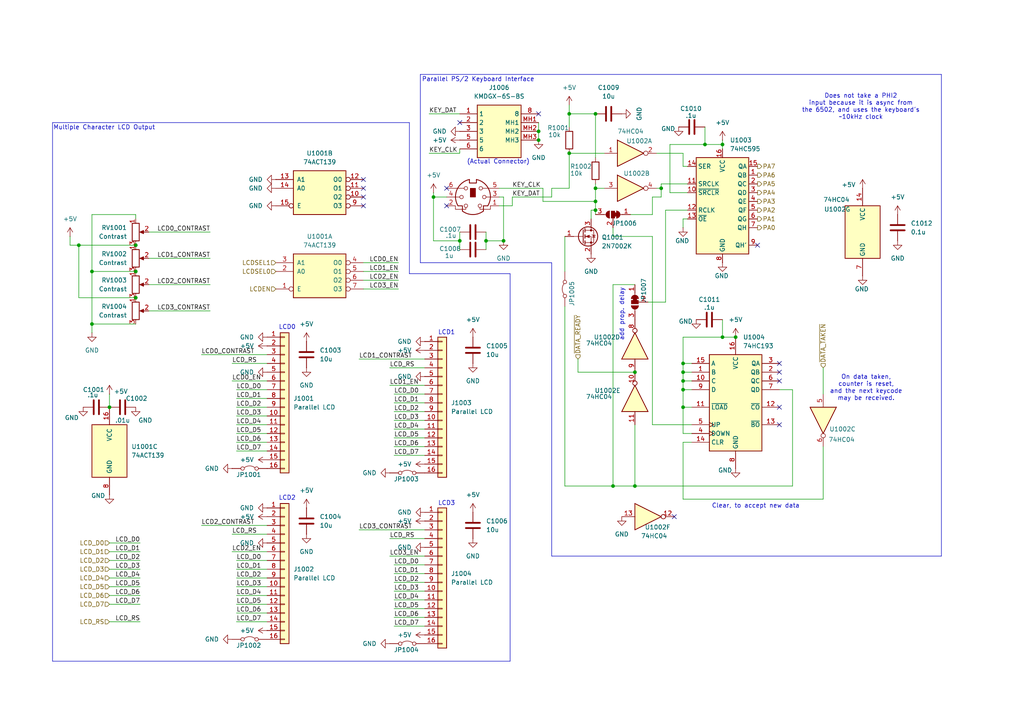
<source format=kicad_sch>
(kicad_sch (version 20250114) (generator "eeschema") (generator_version "9.0")
  (paper "A4")
  (title_block (title "65c02 Homebrew") (rev "Prelim") (company "Joseph R. Freeston") (comment 2 "https://github.com/snorklerjoe/useful6502") (comment 4 "A 65c02-based computer with peripheral i/o offloaded to a PIC16 microcontroller."))
  (text "LCD3" (at 129.54 146.05 0) (effects (font (size 1.27 1.27))))
  (text "LCD2\n" (at 83.312 144.526 0) (effects (font (size 1.27 1.27))))
  (text "On data taken,\ncounter is reset,\nand the next keycode\nmay be received." (at 251.206 112.522 0) (effects (font (size 1.27 1.27))))
  (text "(Actual Connector)" (at 144.526 46.99 0) (effects (font (size 1.27 1.27))))
  (text "LCD1" (at 129.54 96.52 0) (effects (font (size 1.27 1.27))))
  (text "Clear, to accept new data" (at 219.202 146.812 0) (effects (font (size 1.27 1.27))))
  (text "Multiple Character LCD Output" (at 30.226 37.084 0) (effects (font (size 1.27 1.27))))
  (text "Parallel PS/2 Keyboard Interface" (at 138.684 23.114 0) (effects (font (size 1.27 1.27))))
  (text "add prop. delay" (at 180.34 91.186 90) (effects (font (size 1.27 1.27))))
  (text "LCD0" (at 83.312 94.996 0) (effects (font (size 1.27 1.27))))
  (text "Does not take a PHI2\ninput because it is async from\nthe 6502, and uses the keyboard's\n~10kHz clock" (at 249.682 30.988 0) (effects (font (size 1.27 1.27))))
  (junction (at 198.12 118.11))
  (junction (at 165.1 33.02))
  (junction (at 198.12 105.41))
  (junction (at 172.72 58.42))
  (junction (at 22.86 71.12))
  (junction (at 156.21 38.1))
  (junction (at 191.77 54.61))
  (junction (at 172.72 60.96))
  (junction (at 26.67 93.98))
  (junction (at 198.12 113.03))
  (junction (at 165.1 44.45))
  (junction (at 198.12 110.49))
  (junction (at 140.97 69.85))
  (junction (at 172.72 33.02))
  (junction (at 209.55 97.79))
  (junction (at 184.15 140.97))
  (junction (at 39.37 86.36))
  (junction (at 133.35 69.85))
  (junction (at 39.37 78.74))
  (junction (at 125.73 57.15))
  (junction (at 204.47 41.91))
  (junction (at 184.15 107.95))
  (junction (at 172.72 54.61))
  (junction (at 31.75 118.11))
  (junction (at 26.67 78.74))
  (junction (at 177.8 140.97))
  (junction (at 39.37 71.12))
  (junction (at 209.55 41.91))
  (junction (at 213.36 97.79))
  (junction (at 146.05 69.85))
  (junction (at 198.12 107.95))
  (junction (at 156.21 40.64))
  (no_connect (at 226.06 107.95))
  (no_connect (at 129.54 59.69))
  (no_connect (at 226.06 110.49))
  (no_connect (at 129.54 54.61))
  (no_connect (at 226.06 123.19))
  (no_connect (at 133.35 35.56))
  (no_connect (at 156.21 33.02))
  (no_connect (at 219.71 71.12))
  (no_connect (at 105.41 54.61))
  (no_connect (at 105.41 59.69))
  (no_connect (at 226.06 105.41))
  (no_connect (at 105.41 57.15))
  (no_connect (at 195.58 149.86))
  (no_connect (at 226.06 118.11))
  (no_connect (at 105.41 52.07))
  (wire (pts (xy 77.47 130.81) (xy 68.58 130.81)))
  (wire (pts (xy 200.66 125.73) (xy 198.12 125.73)))
  (wire (pts (xy 39.37 63.5) (xy 39.37 62.23)))
  (wire (pts (xy 133.35 44.45) (xy 133.35 43.18)))
  (wire (pts (xy 191.77 54.61) (xy 191.77 53.34)))
  (wire (pts (xy 198.12 105.41) (xy 198.12 107.95)))
  (polyline (pts (xy 121.92 21.59) (xy 121.92 76.2)))
  (wire (pts (xy 123.19 179.07) (xy 114.3 179.07)))
  (wire (pts (xy 163.83 140.97) (xy 177.8 140.97)))
  (wire (pts (xy 113.03 111.76) (xy 123.19 111.76)))
  (wire (pts (xy 20.32 68.58) (xy 20.32 71.12)))
  (wire (pts (xy 39.37 93.98) (xy 26.67 93.98)))
  (wire (pts (xy 165.1 33.02) (xy 165.1 36.83)))
  (wire (pts (xy 123.19 163.83) (xy 114.3 163.83)))
  (wire (pts (xy 198.12 107.95) (xy 198.12 110.49)))
  (wire (pts (xy 160.02 54.61) (xy 165.1 54.61)))
  (wire (pts (xy 238.76 106.68) (xy 238.76 114.3)))
  (wire (pts (xy 123.19 129.54) (xy 114.3 129.54)))
  (wire (pts (xy 198.12 44.45) (xy 198.12 48.26)))
  (wire (pts (xy 148.59 57.15) (xy 160.02 57.15)))
  (wire (pts (xy 148.59 59.69) (xy 148.59 57.15)))
  (wire (pts (xy 43.18 67.31) (xy 60.96 67.31)))
  (wire (pts (xy 157.48 58.42) (xy 172.72 58.42)))
  (wire (pts (xy 177.8 68.58) (xy 189.23 68.58)))
  (wire (pts (xy 104.14 153.67) (xy 123.19 153.67)))
  (wire (pts (xy 167.64 107.95) (xy 184.15 107.95)))
  (wire (pts (xy 189.23 68.58) (xy 189.23 123.19)))
  (wire (pts (xy 238.76 144.78) (xy 198.12 144.78)))
  (wire (pts (xy 194.31 55.88) (xy 194.31 41.91)))
  (wire (pts (xy 198.12 144.78) (xy 198.12 128.27)))
  (wire (pts (xy 209.55 43.18) (xy 209.55 41.91)))
  (wire (pts (xy 31.75 162.56) (xy 40.64 162.56)))
  (wire (pts (xy 31.75 165.1) (xy 40.64 165.1)))
  (wire (pts (xy 123.19 181.61) (xy 114.3 181.61)))
  (wire (pts (xy 39.37 62.23) (xy 26.67 62.23)))
  (wire (pts (xy 105.41 83.82) (xy 115.57 83.82)))
  (wire (pts (xy 67.31 110.49) (xy 77.47 110.49)))
  (wire (pts (xy 77.47 125.73) (xy 68.58 125.73)))
  (polyline (pts (xy 147.955 79.375) (xy 147.955 191.77)))
  (wire (pts (xy 209.55 41.91) (xy 209.55 40.64)))
  (wire (pts (xy 123.19 171.45) (xy 114.3 171.45)))
  (wire (pts (xy 165.1 44.45) (xy 175.26 44.45)))
  (wire (pts (xy 123.19 121.92) (xy 114.3 121.92)))
  (wire (pts (xy 184.15 140.97) (xy 229.87 140.97)))
  (wire (pts (xy 177.8 66.04) (xy 177.8 68.58)))
  (wire (pts (xy 123.19 124.46) (xy 114.3 124.46)))
  (wire (pts (xy 77.47 165.1) (xy 68.58 165.1)))
  (wire (pts (xy 140.97 67.31) (xy 140.97 69.85)))
  (wire (pts (xy 123.19 114.3) (xy 114.3 114.3)))
  (wire (pts (xy 77.47 115.57) (xy 68.58 115.57)))
  (wire (pts (xy 198.12 128.27) (xy 200.66 128.27)))
  (wire (pts (xy 204.47 36.83) (xy 204.47 41.91)))
  (wire (pts (xy 124.46 44.45) (xy 133.35 44.45)))
  (wire (pts (xy 200.66 105.41) (xy 198.12 105.41)))
  (wire (pts (xy 229.87 113.03) (xy 229.87 140.97)))
  (wire (pts (xy 198.12 48.26) (xy 199.39 48.26)))
  (wire (pts (xy 177.8 82.55) (xy 177.8 140.97)))
  (polyline (pts (xy 15.24 35.56) (xy 118.745 35.56)))
  (wire (pts (xy 77.47 120.65) (xy 68.58 120.65)))
  (wire (pts (xy 184.15 123.19) (xy 184.15 140.97)))
  (wire (pts (xy 31.75 157.48) (xy 40.64 157.48)))
  (wire (pts (xy 198.12 105.41) (xy 198.12 97.79)))
  (wire (pts (xy 22.86 86.36) (xy 39.37 86.36)))
  (wire (pts (xy 144.78 54.61) (xy 157.48 54.61)))
  (wire (pts (xy 171.45 60.96) (xy 172.72 60.96)))
  (wire (pts (xy 171.45 63.5) (xy 171.45 60.96)))
  (wire (pts (xy 189.23 62.23) (xy 189.23 57.15)))
  (wire (pts (xy 156.21 38.1) (xy 156.21 40.64)))
  (wire (pts (xy 125.73 55.88) (xy 125.73 57.15)))
  (wire (pts (xy 133.35 67.31) (xy 133.35 69.85)))
  (wire (pts (xy 165.1 54.61) (xy 165.1 44.45)))
  (wire (pts (xy 113.03 106.68) (xy 123.19 106.68)))
  (wire (pts (xy 226.06 113.03) (xy 229.87 113.03)))
  (wire (pts (xy 105.41 78.74) (xy 115.57 78.74)))
  (wire (pts (xy 190.5 54.61) (xy 191.77 54.61)))
  (wire (pts (xy 31.75 170.18) (xy 40.64 170.18)))
  (wire (pts (xy 105.41 76.2) (xy 115.57 76.2)))
  (wire (pts (xy 77.47 162.56) (xy 68.58 162.56)))
  (wire (pts (xy 123.19 176.53) (xy 114.3 176.53)))
  (wire (pts (xy 199.39 55.88) (xy 194.31 55.88)))
  (wire (pts (xy 26.67 62.23) (xy 26.67 78.74)))
  (wire (pts (xy 209.55 97.79) (xy 213.36 97.79)))
  (wire (pts (xy 31.75 160.02) (xy 40.64 160.02)))
  (wire (pts (xy 187.96 87.63) (xy 193.04 87.63)))
  (wire (pts (xy 163.83 78.74) (xy 163.83 68.58)))
  (wire (pts (xy 67.31 105.41) (xy 77.47 105.41)))
  (wire (pts (xy 177.8 140.97) (xy 184.15 140.97)))
  (wire (pts (xy 67.31 154.94) (xy 77.47 154.94)))
  (wire (pts (xy 31.75 175.26) (xy 40.64 175.26)))
  (wire (pts (xy 190.5 44.45) (xy 198.12 44.45)))
  (wire (pts (xy 77.47 113.03) (xy 68.58 113.03)))
  (wire (pts (xy 31.75 172.72) (xy 40.64 172.72)))
  (wire (pts (xy 191.77 53.34) (xy 199.39 53.34)))
  (wire (pts (xy 43.18 82.55) (xy 60.96 82.55)))
  (wire (pts (xy 204.47 41.91) (xy 209.55 41.91)))
  (wire (pts (xy 198.12 107.95) (xy 200.66 107.95)))
  (polyline (pts (xy 118.745 35.56) (xy 118.745 79.375)))
  (wire (pts (xy 193.04 60.96) (xy 199.39 60.96)))
  (polyline (pts (xy 273.05 21.59) (xy 121.92 21.59)))
  (wire (pts (xy 43.18 90.17) (xy 60.96 90.17)))
  (wire (pts (xy 77.47 177.8) (xy 68.58 177.8)))
  (wire (pts (xy 77.47 180.34) (xy 68.58 180.34)))
  (wire (pts (xy 193.04 87.63) (xy 193.04 60.96)))
  (wire (pts (xy 194.31 41.91) (xy 204.47 41.91)))
  (wire (pts (xy 77.47 118.11) (xy 68.58 118.11)))
  (wire (pts (xy 123.19 166.37) (xy 114.3 166.37)))
  (polyline (pts (xy 160.02 76.2) (xy 160.02 161.29)))
  (polyline (pts (xy 121.92 76.2) (xy 160.02 76.2)))
  (wire (pts (xy 123.19 173.99) (xy 114.3 173.99)))
  (wire (pts (xy 26.67 78.74) (xy 39.37 78.74)))
  (wire (pts (xy 200.66 118.11) (xy 198.12 118.11)))
  (wire (pts (xy 125.73 69.85) (xy 125.73 57.15)))
  (wire (pts (xy 31.75 114.3) (xy 31.75 118.11)))
  (wire (pts (xy 209.55 92.71) (xy 209.55 97.79)))
  (wire (pts (xy 77.47 170.18) (xy 68.58 170.18)))
  (wire (pts (xy 172.72 54.61) (xy 175.26 54.61)))
  (wire (pts (xy 77.47 167.64) (xy 68.58 167.64)))
  (polyline (pts (xy 160.02 161.29) (xy 273.05 161.29)))
  (wire (pts (xy 156.21 35.56) (xy 156.21 38.1)))
  (wire (pts (xy 22.86 71.12) (xy 22.86 86.36)))
  (wire (pts (xy 157.48 54.61) (xy 157.48 58.42)))
  (wire (pts (xy 163.83 88.9) (xy 163.83 140.97)))
  (wire (pts (xy 77.47 175.26) (xy 68.58 175.26)))
  (wire (pts (xy 172.72 45.72) (xy 172.72 33.02)))
  (wire (pts (xy 172.72 33.02) (xy 165.1 33.02)))
  (wire (pts (xy 189.23 123.19) (xy 200.66 123.19)))
  (wire (pts (xy 123.19 132.08) (xy 114.3 132.08)))
  (wire (pts (xy 20.32 71.12) (xy 22.86 71.12)))
  (wire (pts (xy 31.75 180.34) (xy 40.64 180.34)))
  (wire (pts (xy 146.05 57.15) (xy 144.78 57.15)))
  (wire (pts (xy 113.03 161.29) (xy 123.19 161.29)))
  (wire (pts (xy 198.12 63.5) (xy 198.12 66.04)))
  (wire (pts (xy 58.42 102.87) (xy 77.47 102.87)))
  (wire (pts (xy 26.67 96.52) (xy 26.67 93.98)))
  (wire (pts (xy 77.47 172.72) (xy 68.58 172.72)))
  (wire (pts (xy 77.47 128.27) (xy 68.58 128.27)))
  (wire (pts (xy 123.19 127) (xy 114.3 127)))
  (wire (pts (xy 26.67 93.98) (xy 26.67 78.74)))
  (wire (pts (xy 67.31 160.02) (xy 77.47 160.02)))
  (wire (pts (xy 191.77 54.61) (xy 191.77 57.15)))
  (polyline (pts (xy 118.745 79.375) (xy 147.955 79.375)))
  (wire (pts (xy 39.37 71.12) (xy 22.86 71.12)))
  (wire (pts (xy 198.12 110.49) (xy 198.12 113.03)))
  (wire (pts (xy 31.75 167.64) (xy 40.64 167.64)))
  (polyline (pts (xy 273.05 161.29) (xy 273.05 21.59)))
  (wire (pts (xy 125.73 57.15) (xy 129.54 57.15)))
  (wire (pts (xy 146.05 57.15) (xy 146.05 69.85)))
  (wire (pts (xy 177.8 82.55) (xy 184.15 82.55)))
  (wire (pts (xy 189.23 57.15) (xy 191.77 57.15)))
  (wire (pts (xy 182.88 62.23) (xy 189.23 62.23)))
  (wire (pts (xy 198.12 113.03) (xy 200.66 113.03)))
  (wire (pts (xy 77.47 123.19) (xy 68.58 123.19)))
  (wire (pts (xy 172.72 60.96) (xy 172.72 62.23)))
  (wire (pts (xy 58.42 152.4) (xy 77.47 152.4)))
  (wire (pts (xy 105.41 81.28) (xy 115.57 81.28)))
  (wire (pts (xy 160.02 54.61) (xy 160.02 57.15)))
  (wire (pts (xy 198.12 113.03) (xy 198.12 118.11)))
  (wire (pts (xy 146.05 69.85) (xy 140.97 69.85)))
  (wire (pts (xy 172.72 53.34) (xy 172.72 54.61)))
  (polyline (pts (xy 147.955 191.77) (xy 15.24 191.77)))
  (polyline (pts (xy 15.24 35.56) (xy 15.24 191.77)))
  (wire (pts (xy 165.1 30.48) (xy 165.1 33.02)))
  (wire (pts (xy 133.35 69.85) (xy 125.73 69.85)))
  (wire (pts (xy 113.03 156.21) (xy 123.19 156.21)))
  (wire (pts (xy 198.12 97.79) (xy 209.55 97.79)))
  (wire (pts (xy 123.19 168.91) (xy 114.3 168.91)))
  (wire (pts (xy 199.39 63.5) (xy 198.12 63.5)))
  (wire (pts (xy 140.97 72.39) (xy 140.97 69.85)))
  (wire (pts (xy 123.19 116.84) (xy 114.3 116.84)))
  (wire (pts (xy 238.76 129.54) (xy 238.76 144.78)))
  (wire (pts (xy 167.64 104.14) (xy 167.64 107.95)))
  (wire (pts (xy 123.19 119.38) (xy 114.3 119.38)))
  (wire (pts (xy 172.72 54.61) (xy 172.72 58.42)))
  (wire (pts (xy 200.66 110.49) (xy 198.12 110.49)))
  (wire (pts (xy 43.18 74.93) (xy 60.96 74.93)))
  (wire (pts (xy 104.14 104.14) (xy 123.19 104.14)))
  (wire (pts (xy 198.12 118.11) (xy 198.12 125.73)))
  (wire (pts (xy 172.72 58.42) (xy 172.72 60.96)))
  (wire (pts (xy 144.78 59.69) (xy 148.59 59.69)))
  (wire (pts (xy 124.46 33.02) (xy 133.35 33.02)))
  (wire (pts (xy 133.35 72.39) (xy 133.35 69.85)))
  (label "LCD_D3" (at 40.64 165.1 180))
  (label "LCD2_CONTRAST" (at 60.96 82.55 180))
  (label "LCD2_EN" (at 115.57 81.28 180))
  (label "LCD_D3" (at 114.3 121.92 0))
  (label "KEY_DAT" (at 148.59 57.15 0))
  (label "LCD_D0" (at 68.58 113.03 0))
  (label "LCD3_EN" (at 113.03 161.29 0))
  (label "LCD_D1" (at 114.3 166.37 0))
  (label "LCD1_EN" (at 115.57 78.74 180))
  (label "LCD_D7" (at 114.3 132.08 0))
  (label "LCD_RS" (at 113.03 156.21 0))
  (label "LCD3_CONTRAST" (at 60.96 90.17 180))
  (label "LCD_D6" (at 68.58 128.27 0))
  (label "LCD0_CONTRAST" (at 60.96 67.31 180))
  (label "LCD_D7" (at 68.58 130.81 0))
  (label "LCD0_EN" (at 115.57 76.2 180))
  (label "LCD_D1" (at 68.58 165.1 0))
  (label "LCD_D1" (at 114.3 116.84 0))
  (label "LCD2_CONTRAST" (at 58.42 152.4 0))
  (label "LCD_D0" (at 68.58 162.56 0))
  (label "LCD_RS" (at 67.31 105.41 0))
  (label "LCD0_EN" (at 67.31 110.49 0))
  (label "LCD_D2" (at 40.64 162.56 180))
  (label "LCD_D1" (at 40.64 160.02 180))
  (label "LCD2_EN" (at 67.31 160.02 0))
  (label "LCD_RS" (at 113.03 106.68 0))
  (label "KEY_DAT" (at 124.46 33.02 0))
  (label "LCD_D2" (at 114.3 168.91 0))
  (label "LCD_D6" (at 114.3 179.07 0))
  (label "LCD1_CONTRAST" (at 60.96 74.93 180))
  (label "LCD_RS" (at 40.64 180.34 180))
  (label "LCD_D3" (at 68.58 120.65 0))
  (label "LCD1_CONTRAST" (at 104.14 104.14 0))
  (label "LCD3_EN" (at 115.57 83.82 180))
  (label "LCD_D0" (at 114.3 163.83 0))
  (label "KEY_CLK" (at 148.59 54.61 0))
  (label "LCD_D5" (at 40.64 170.18 180))
  (label "LCD_D0" (at 114.3 114.3 0))
  (label "LCD_D7" (at 68.58 180.34 0))
  (label "LCD_D7" (at 40.64 175.26 180))
  (label "LCD_D5" (at 68.58 175.26 0))
  (label "LCD_D5" (at 114.3 127 0))
  (label "LCD_D7" (at 114.3 181.61 0))
  (label "LCD_D0" (at 40.64 157.48 180))
  (label "LCD_D4" (at 40.64 167.64 180))
  (label "LCD_D6" (at 68.58 177.8 0))
  (label "LCD_D2" (at 68.58 167.64 0))
  (label "LCD_D6" (at 40.64 172.72 180))
  (label "LCD_D3" (at 114.3 171.45 0))
  (label "LCD_D6" (at 114.3 129.54 0))
  (label "LCD_RS" (at 67.31 154.94 0))
  (label "LCD_D3" (at 68.58 170.18 0))
  (label "LCD_D4" (at 68.58 123.19 0))
  (label "LCD_D4" (at 114.3 124.46 0))
  (label "KEY_CLK" (at 124.46 44.45 0))
  (label "LCD_D1" (at 68.58 115.57 0))
  (label "LCD1_EN" (at 113.03 111.76 0))
  (label "LCD_D5" (at 114.3 176.53 0))
  (label "LCD_D4" (at 114.3 173.99 0))
  (label "LCD_D4" (at 68.58 172.72 0))
  (label "LCD_D2" (at 68.58 118.11 0))
  (label "LCD_D2" (at 114.3 119.38 0))
  (label "LCD0_CONTRAST" (at 58.42 102.87 0))
  (label "LCD_D5" (at 68.58 125.73 0))
  (label "LCD3_CONTRAST" (at 104.14 153.67 0))
  (hierarchical_label "PA7" (shape output) (at 219.71 48.26 0))
  (hierarchical_label "LCD_D5" (shape input) (at 31.75 170.18 180))
  (hierarchical_label "LCD_D4" (shape input) (at 31.75 167.64 180))
  (hierarchical_label "LCDSEL1" (shape input) (at 80.01 76.2 180))
  (hierarchical_label "PA6" (shape output) (at 219.71 50.8 0))
  (hierarchical_label "~{DATA_TAKEN}" (shape input) (at 238.76 106.68 90))
  (hierarchical_label "LCD_D7" (shape input) (at 31.75 175.26 180))
  (hierarchical_label "LCDEN" (shape input) (at 80.01 83.82 180))
  (hierarchical_label "PA5" (shape output) (at 219.71 53.34 0))
  (hierarchical_label "LCD_D0" (shape input) (at 31.75 157.48 180))
  (hierarchical_label "LCDSEL0" (shape input) (at 80.01 78.74 180))
  (hierarchical_label "LCD_D6" (shape input) (at 31.75 172.72 180))
  (hierarchical_label "~{DATA_READY}" (shape input) (at 167.64 104.14 90))
  (hierarchical_label "LCD_D1" (shape input) (at 31.75 160.02 180))
  (hierarchical_label "PA0" (shape output) (at 219.71 66.04 0))
  (hierarchical_label "PA2" (shape output) (at 219.71 60.96 0))
  (hierarchical_label "LCD_D2" (shape input) (at 31.75 162.56 180))
  (hierarchical_label "PA1" (shape output) (at 219.71 63.5 0))
  (hierarchical_label "LCD_RS" (shape input) (at 31.75 180.34 180))
  (hierarchical_label "LCD_D3" (shape input) (at 31.75 165.1 180))
  (hierarchical_label "PA4" (shape output) (at 219.71 55.88 0))
  (hierarchical_label "PA3" (shape output) (at 219.71 58.42 0))
  (symbol (lib_id "power:GND") (at 260.35 69.85 0) (unit 1)
    (property "Reference" "#PWR01054" (effects (hide yes)))
    (property "Value" "GND" (at 260.35 74.93 0))
    (property "Description" "Power symbol creates a global label with name \"GND\" , ground" (effects (hide yes)))
  )
  (symbol (lib_id "Device:C") (at 176.53 33.02 90) (unit 1)
    (property "Reference" "C1009" (at 176.53 25.4 90))
    (property "Value" "10u" (at 176.53 27.94 90))
    (property "Footprint" "Capacitor_SMD:C_0402_1005Metric" (effects (hide yes)))
    (property "Description" "Unpolarized capacitor" (effects (hide yes)))
  )
  (symbol (lib_id "power:+5V") (at 133.35 40.64 90) (unit 1)
    (property "Reference" "#PWR01057" (effects (hide yes)))
    (property "Value" "+5V" (at 129.54 40.6399 90) (effects (justify left)))
    (property "Description" "Power symbol creates a global label with name \"+5V\"" (effects (hide yes)))
  )
  (symbol (lib_id "Device:R_Potentiometer") (at 39.37 90.17 0) (unit 1)
    (property "Reference" "RV1004" (at 36.83 88.8999 0) (effects (justify right)))
    (property "Value" "Contrast" (at 36.83 91.4399 0) (effects (justify right)))
    (property "Description" "Potentiometer" (effects (hide yes)))
  )
  (symbol (lib_id "Jumper:Jumper_2_Bridged") (at 72.39 135.89 0) (unit 1)
    (property "Reference" "JP1001" (at 72.136 137.668 0))
    (property "Value" "Jumper_2_Bridged" (effects (hide yes)))
    (property "Footprint" "Jumper:SolderJumper-2_P1.3mm_Bridged2Bar_Pad1.0x1.5mm" (effects (hide yes)))
    (property "Description" "Jumper, 2-pole, closed/bridged" (effects (hide yes)))
  )
  (symbol (lib_id "74xx:74HC04") (at 182.88 54.61 0) (unit 2)
    (property "Reference" "U1002" (at 184.658 50.292 0))
    (property "Value" "74HC04" (effects (hide yes)))
    (property "Footprint" "Package_SO:SOIC-14_3.9x8.7mm_P1.27mm" (effects (hide yes)))
    (property "Datasheet" "https://www.ti.com/lit/gpn/sn74hc04" (effects (hide yes)))
    (property "Description" "Hex Inverter" (effects (hide yes)))
    (property "t_pd (ns)" "19" (effects (hide yes)))
  )
  (symbol (lib_id "power:GND") (at 123.19 109.22 270) (unit 1)
    (property "Reference" "#PWR01028" (effects (hide yes)))
    (property "Value" "GND" (at 119.38 109.2199 90) (effects (justify right)))
    (property "Description" "Power symbol creates a global label with name \"GND\" , ground" (effects (hide yes)))
  )
  (symbol (lib_id "power:+5V") (at 260.35 62.23 0) (unit 1)
    (property "Reference" "#PWR01053" (effects (hide yes)))
    (property "Value" "+5V" (at 260.35 57.15 0))
    (property "Description" "Power symbol creates a global label with name \"+5V\"" (effects (hide yes)))
  )
  (symbol (lib_id "Device:C") (at 88.9 102.87 0) (unit 1)
    (property "Reference" "C1003" (at 92.71 101.5999 0) (effects (justify left)))
    (property "Value" "10u" (at 92.71 104.1399 0) (effects (justify left)))
    (property "Footprint" "Capacitor_SMD:C_0402_1005Metric" (effects (hide yes)))
    (property "Description" "Unpolarized capacitor" (effects (hide yes)))
  )
  (symbol (lib_id "Device:R") (at 165.1 40.64 0) (unit 1)
    (property "Reference" "R1001" (at 158.75 37.084 0) (effects (justify left)))
    (property "Value" "10k" (at 159.004 39.116 0) (effects (justify left)))
    (property "Footprint" "Resistor_SMD:R_0402_1005Metric" (effects (hide yes)))
    (property "Description" "Resistor" (effects (hide yes)))
  )
  (symbol (lib_id "74xx:74HC04") (at 187.96 149.86 0) (unit 6)
    (property "Reference" "U1002" (at 190.754 152.908 0))
    (property "Value" "74HC04" (at 189.738 155.448 0))
    (property "Footprint" "Package_SO:SOIC-14_3.9x8.7mm_P1.27mm" (effects (hide yes)))
    (property "Datasheet" "https://www.ti.com/lit/gpn/sn74hc04" (effects (hide yes)))
    (property "Description" "Hex Inverter" (effects (hide yes)))
    (property "t_pd (ns)" "19" (effects (hide yes)))
  )
  (symbol (lib_id "power:GND") (at 123.19 158.75 270) (unit 1)
    (property "Reference" "#PWR01032" (effects (hide yes)))
    (property "Value" "GND" (at 119.38 158.7499 90) (effects (justify right)))
    (property "Description" "Power symbol creates a global label with name \"GND\" , ground" (effects (hide yes)))
  )
  (symbol (lib_id "74xx:74LS139") (at 92.71 78.74 0) (unit 1)
    (property "Reference" "U1001" (at 92.71 68.58 0))
    (property "Value" "74ACT139" (at 92.71 71.12 0))
    (property "Footprint" "Package_SO:TSSOP-16_4.4x5mm_P0.65mm" (effects (hide yes)))
    (property "Datasheet" "http://www.ti.com/lit/ds/symlink/sn74ls139a.pdf" (effects (hide yes)))
    (property "Description" "Dual Decoder 1 of 4, Active low outputs" (effects (hide yes)))
  )
  (symbol (lib_id "power:+5V") (at 77.47 133.35 90) (unit 1)
    (property "Reference" "#PWR01012" (effects (hide yes)))
    (property "Value" "+5V" (at 73.66 133.3499 90) (effects (justify left)))
    (property "Description" "Power symbol creates a global label with name \"+5V\"" (effects (hide yes)))
  )
  (symbol (lib_id "power:+5V") (at 88.9 147.32 0) (unit 1)
    (property "Reference" "#PWR01022" (effects (hide yes)))
    (property "Value" "+5V" (at 88.9 142.24 0))
    (property "Description" "Power symbol creates a global label with name \"+5V\"" (effects (hide yes)))
  )
  (symbol (lib_id "power:GND") (at 80.01 52.07 270) (unit 1)
    (property "Reference" "#PWR01017" (effects (hide yes)))
    (property "Value" "GND" (at 76.2 52.0699 90) (effects (justify right)))
    (property "Description" "Power symbol creates a global label with name \"GND\" , ground" (effects (hide yes)))
  )
  (symbol (lib_id "power:+5V") (at 209.55 40.64 0) (unit 1)
    (property "Reference" "#PWR01047" (effects (hide yes)))
    (property "Value" "+5V" (at 209.55 35.56 0))
    (property "Description" "Power symbol creates a global label with name \"+5V\"" (effects (hide yes)))
  )
  (symbol (lib_id "Device:C") (at 137.16 152.4 0) (unit 1)
    (property "Reference" "C1006" (at 140.97 151.1299 0) (effects (justify left)))
    (property "Value" "10u" (at 140.97 153.6699 0) (effects (justify left)))
    (property "Footprint" "Capacitor_SMD:C_0402_1005Metric" (effects (hide yes)))
    (property "Description" "Unpolarized capacitor" (effects (hide yes)))
  )
  (symbol (lib_id "Device:C") (at 200.66 36.83 90) (unit 1)
    (property "Reference" "C1010" (at 200.406 31.496 90))
    (property "Value" ".1u" (at 200.406 33.528 90))
    (property "Footprint" "Capacitor_SMD:C_0402_1005Metric" (effects (hide yes)))
    (property "Description" "Unpolarized capacitor" (effects (hide yes)))
  )
  (symbol (lib_id "Device:R_Potentiometer") (at 39.37 82.55 0) (unit 1)
    (property "Reference" "RV1003" (at 36.83 81.2799 0) (effects (justify right)))
    (property "Value" "Contrast" (at 36.83 83.8199 0) (effects (justify right)))
    (property "Description" "Potentiometer" (effects (hide yes)))
  )
  (symbol (lib_id "power:GND") (at 67.31 135.89 270) (unit 1)
    (property "Reference" "#PWR01007" (effects (hide yes)))
    (property "Value" "GND" (at 63.5 135.8899 90) (effects (justify right)))
    (property "Description" "Power symbol creates a global label with name \"GND\" , ground" (effects (hide yes)))
  )
  (symbol (lib_id "Jumper:SolderJumper_3_Bridged12") (at 177.8 62.23 0) (mirror y) (unit 1) (in_bom no)
    (property "Reference" "JP1006" (at 181.102 64.77 0))
    (property "Value" "SolderJumper_3_Bridged12" (effects (hide yes)))
    (property "Footprint" "Jumper:SolderJumper-3_P1.3mm_Bridged12_Pad1.0x1.5mm" (effects (hide yes)))
    (property "Description" "3-pole Solder Jumper, pins 1+2 closed/bridged" (effects (hide yes)))
  )
  (symbol (lib_id "power:GND") (at 31.75 143.51 0) (mirror y) (unit 1)
    (property "Reference" "#PWR01005" (effects (hide yes)))
    (property "Value" "GND" (at 26.416 143.764 0) (effects (justify right)))
    (property "Description" "Power symbol creates a global label with name \"GND\" , ground" (effects (hide yes)))
  )
  (symbol (lib_id "74xx:74HC04") (at 184.15 115.57 90) (unit 5)
    (property "Reference" "U1002" (at 172.466 113.284 90) (effects (justify right)))
    (property "Value" "74HC04" (at 169.926 115.062 90) (effects (justify right)))
    (property "Footprint" "Package_SO:SOIC-14_3.9x8.7mm_P1.27mm" (effects (hide yes)))
    (property "Datasheet" "https://www.ti.com/lit/gpn/sn74hc04" (effects (hide yes)))
    (property "Description" "Hex Inverter" (effects (hide yes)))
    (property "t_pd (ns)" "19" (effects (hide yes)))
  )
  (symbol (lib_id "PS2 Connector:KMDGX-6S-BS") (at 133.35 33.02 0) (unit 1)
    (property "Reference" "J1006" (at 144.78 25.4 0))
    (property "Value" "KMDGX-6S-BS" (at 144.78 27.94 0))
    (property "Footprint" "KMDGX6SBS" (effects (hide yes)))
    (property "Datasheet" "https://www.kycon.com/Pub_Eng_Draw/KMDGX-xS-BS%20Series.pdf" (effects (hide yes)))
    (property "Description" "6 Position Circular Connector Receptacle, Female Sockets Solder" (effects (hide yes)))
    (property "Height" "13.3" (effects (hide yes)))
    (property "Mouser Part Number" "806-KMDGX-6S-BS" (effects (hide yes)))
    (property "Mouser Price/Stock" "https://www.mouser.co.uk/ProductDetail/Kycon/KMDGX-6S-BS?qs=gomZSfZNELc%252BcxHiGAVThw%3D%3D" (effects (hide yes)))
    (property "Manufacturer_Name" "Kycon" (effects (hide yes)))
    (property "Manufacturer_Part_Number" "KMDGX-6S-BS" (effects (hide yes)))
  )
  (symbol (lib_id "power:GND") (at 80.01 59.69 270) (unit 1)
    (property "Reference" "#PWR01019" (effects (hide yes)))
    (property "Value" "GND" (at 76.2 59.6899 90) (effects (justify right)))
    (property "Description" "Power symbol creates a global label with name \"GND\" , ground" (effects (hide yes)))
  )
  (symbol (lib_id "power:GND") (at 77.47 107.95 270) (unit 1)
    (property "Reference" "#PWR01011" (effects (hide yes)))
    (property "Value" "GND" (at 73.66 107.9499 90) (effects (justify right)))
    (property "Description" "Power symbol creates a global label with name \"GND\" , ground" (effects (hide yes)))
  )
  (symbol (lib_id "Jumper:Jumper_2_Bridged") (at 72.39 185.42 0) (unit 1)
    (property "Reference" "JP1002" (at 72.136 187.198 0))
    (property "Value" "Jumper_2_Bridged" (effects (hide yes)))
    (property "Footprint" "Jumper:SolderJumper-2_P1.3mm_Bridged2Bar_Pad1.0x1.5mm" (effects (hide yes)))
    (property "Description" "Jumper, 2-pole, closed/bridged" (effects (hide yes)))
  )
  (symbol (lib_id "Connector_Generic:Conn_01x16") (at 128.27 116.84 0) (unit 1)
    (property "Reference" "J1003" (at 130.81 116.8399 0) (effects (justify left)))
    (property "Value" "Parallel LCD" (at 130.81 119.3799 0) (effects (justify left)))
    (property "Description" "Generic connector, single row, 01x16, script generated (kicad-library-utils/schlib/autogen/connector/)" (effects (hide yes)))
  )
  (symbol (lib_id "Jumper:Jumper_2_Bridged") (at 118.11 137.16 0) (unit 1)
    (property "Reference" "JP1003" (at 117.856 138.938 0))
    (property "Value" "Jumper_2_Bridged" (effects (hide yes)))
    (property "Footprint" "Jumper:SolderJumper-2_P1.3mm_Bridged2Bar_Pad1.0x1.5mm" (effects (hide yes)))
    (property "Description" "Jumper, 2-pole, closed/bridged" (effects (hide yes)))
  )
  (symbol (lib_id "Device:C") (at 35.56 118.11 90) (unit 1)
    (property "Reference" "C1002" (at 39.624 115.57 90))
    (property "Value" ".01u" (at 35.56 121.92 90))
    (property "Footprint" "Capacitor_SMD:C_0402_1005Metric" (effects (hide yes)))
    (property "Description" "Unpolarized capacitor" (effects (hide yes)))
  )
  (symbol (lib_id "Device:R") (at 172.72 49.53 0) (unit 1)
    (property "Reference" "R1002" (at 165.354 48.26 0) (effects (justify left)))
    (property "Value" "10k" (at 165.354 50.292 0) (effects (justify left)))
    (property "Footprint" "Resistor_SMD:R_0402_1005Metric" (effects (hide yes)))
    (property "Description" "Resistor" (effects (hide yes)))
  )
  (symbol (lib_id "power:GND") (at 123.19 99.06 270) (unit 1)
    (property "Reference" "#PWR01026" (effects (hide yes)))
    (property "Value" "GND" (at 119.38 99.0599 90) (effects (justify right)))
    (property "Description" "Power symbol creates a global label with name \"GND\" , ground" (effects (hide yes)))
  )
  (symbol (lib_id "74xx:74HC04") (at 238.76 121.92 270) (unit 3)
    (property "Reference" "U1002" (at 240.538 124.46 90) (effects (justify left)))
    (property "Value" "74HC04" (at 240.284 127.508 90) (effects (justify left)))
    (property "Footprint" "Package_SO:SOIC-14_3.9x8.7mm_P1.27mm" (effects (hide yes)))
    (property "Datasheet" "https://www.ti.com/lit/gpn/sn74hc04" (effects (hide yes)))
    (property "Description" "Hex Inverter" (effects (hide yes)))
    (property "t_pd (ns)" "19" (effects (hide yes)))
  )
  (symbol (lib_id "Jumper:SolderJumper_3_Bridged12") (at 184.15 87.63 90) (mirror x) (unit 1) (in_bom no)
    (property "Reference" "JP1007" (at 186.69 84.328 0))
    (property "Value" "SolderJumper_3_Bridged12" (effects (hide yes)))
    (property "Footprint" "Jumper:SolderJumper-3_P1.3mm_Bridged12_Pad1.0x1.5mm" (effects (hide yes)))
    (property "Description" "3-pole Solder Jumper, pins 1+2 closed/bridged" (effects (hide yes)))
  )
  (symbol (lib_id "power:GND") (at 198.12 66.04 0) (unit 1)
    (property "Reference" "#PWR01045" (effects (hide yes)))
    (property "Value" "GND" (at 197.866 69.85 0))
    (property "Description" "Power symbol creates a global label with name \"GND\" , ground" (effects (hide yes)))
  )
  (symbol (lib_id "power:+5V") (at 88.9 99.06 0) (unit 1)
    (property "Reference" "#PWR01020" (effects (hide yes)))
    (property "Value" "+5V" (at 88.9 93.98 0))
    (property "Description" "Power symbol creates a global label with name \"+5V\"" (effects (hide yes)))
  )
  (symbol (lib_id "power:+5V") (at 123.19 184.15 90) (unit 1)
    (property "Reference" "#PWR01033" (effects (hide yes)))
    (property "Value" "+5V" (at 119.38 184.1499 90) (effects (justify left)))
    (property "Description" "Power symbol creates a global label with name \"+5V\"" (effects (hide yes)))
  )
  (symbol (lib_id "Jumper:Jumper_2_Bridged") (at 118.11 186.69 0) (unit 1)
    (property "Reference" "JP1004" (at 117.856 188.468 0))
    (property "Value" "Jumper_2_Bridged" (effects (hide yes)))
    (property "Footprint" "Jumper:SolderJumper-2_P1.3mm_Bridged2Bar_Pad1.0x1.5mm" (effects (hide yes)))
    (property "Description" "Jumper, 2-pole, closed/bridged" (effects (hide yes)))
  )
  (symbol (lib_id "Connector_Generic:Conn_01x16") (at 128.27 166.37 0) (unit 1)
    (property "Reference" "J1004" (at 130.81 166.3699 0) (effects (justify left)))
    (property "Value" "Parallel LCD" (at 130.81 168.9099 0) (effects (justify left)))
    (property "Description" "Generic connector, single row, 01x16, script generated (kicad-library-utils/schlib/autogen/connector/)" (effects (hide yes)))
  )
  (symbol (lib_id "power:+5V") (at 77.47 149.86 90) (unit 1)
    (property "Reference" "#PWR01014" (effects (hide yes)))
    (property "Value" "+5V" (at 73.66 149.8599 90) (effects (justify left)))
    (property "Description" "Power symbol creates a global label with name \"+5V\"" (effects (hide yes)))
  )
  (symbol (lib_id "Device:C") (at 205.74 92.71 90) (unit 1)
    (property "Reference" "C1011" (at 205.74 86.868 90))
    (property "Value" ".1u" (at 205.74 89.154 90))
    (property "Footprint" "Capacitor_SMD:C_0402_1005Metric" (effects (hide yes)))
    (property "Description" "Unpolarized capacitor" (effects (hide yes)))
  )
  (symbol (lib_id "power:GND") (at 209.55 76.2 0) (unit 1)
    (property "Reference" "#PWR01048" (effects (hide yes)))
    (property "Value" "GND" (at 209.296 80.01 0))
    (property "Description" "Power symbol creates a global label with name \"GND\" , ground" (effects (hide yes)))
  )
  (symbol (lib_id "power:+5V") (at 123.19 151.13 90) (unit 1)
    (property "Reference" "#PWR01031" (effects (hide yes)))
    (property "Value" "+5V" (at 119.38 151.1299 90) (effects (justify left)))
    (property "Description" "Power symbol creates a global label with name \"+5V\"" (effects (hide yes)))
  )
  (symbol (lib_id "Device:C") (at 137.16 72.39 90) (unit 1)
    (property "Reference" "C1008" (at 130.556 72.136 90))
    (property "Value" "1u" (at 130.302 74.168 90))
    (property "Footprint" "Capacitor_SMD:C_0402_1005Metric" (effects (hide yes)))
    (property "Description" "Unpolarized capacitor" (effects (hide yes)))
  )
  (symbol (lib_id "74xx:74HC193") (at 213.36 115.57 0) (unit 1)
    (property "Reference" "U1004" (at 215.5033 97.79 0) (effects (justify left)))
    (property "Value" "74HC193" (at 215.5033 100.33 0) (effects (justify left)))
    (property "Footprint" "Package_SO:TSSOP-16_4.4x5mm_P0.65mm" (effects (hide yes)))
    (property "Datasheet" "https://assets.nexperia.com/documents/data-sheet/74HC_HCT193.pdf" (effects (hide yes)))
    (property "Description" "Synchronous 4-bit Up/Down (2 clk) counter" (effects (hide yes)))
  )
  (symbol (lib_id "power:GND") (at 250.19 80.01 0) (unit 1)
    (property "Reference" "#PWR01052" (effects (hide yes)))
    (property "Value" "GND" (at 249.936 83.82 0))
    (property "Description" "Power symbol creates a global label with name \"GND\" , ground" (effects (hide yes)))
  )
  (symbol (lib_id "power:+5V") (at 77.47 182.88 90) (unit 1)
    (property "Reference" "#PWR01016" (effects (hide yes)))
    (property "Value" "+5V" (at 73.66 182.8799 90) (effects (justify left)))
    (property "Description" "Power symbol creates a global label with name \"+5V\"" (effects (hide yes)))
  )
  (symbol (lib_id "Connector:Mini-DIN-6") (at 137.16 57.15 0) (unit 1) (in_bom no) (on_board no)
    (property "Reference" "J1005" (effects (hide yes)))
    (property "Value" "KMDGX-6S-BS" (effects (hide yes)))
    (property "Datasheet" "http://service.powerdynamics.com/ec/Catalog17/Section%2011.pdf" (effects (hide yes)))
    (property "Description" "6-pin Mini-DIN connector" (effects (hide yes)))
  )
  (symbol (lib_id "power:GND") (at 26.67 96.52 0) (unit 1)
    (property "Reference" "#PWR01003" (effects (hide yes)))
    (property "Value" "GND" (at 26.67 101.6 0))
    (property "Description" "Power symbol creates a global label with name \"GND\" , ground" (effects (hide yes)))
  )
  (symbol (lib_id "74xx:74HC04") (at 250.19 67.31 0) (unit 7)
    (property "Reference" "U1002" (at 239.014 60.706 0) (effects (justify left)))
    (property "Value" "74HC04" (at 238.76 57.912 0) (effects (justify left)))
    (property "Footprint" "Package_SO:SOIC-14_3.9x8.7mm_P1.27mm" (effects (hide yes)))
    (property "Datasheet" "https://www.ti.com/lit/gpn/sn74hc04" (effects (hide yes)))
    (property "Description" "Hex Inverter" (effects (hide yes)))
    (property "t_pd (ns)" "19" (effects (hide yes)))
  )
  (symbol (lib_id "Device:C") (at 260.35 66.04 0) (unit 1)
    (property "Reference" "C1012" (at 264.16 64.7699 0) (effects (justify left)))
    (property "Value" "0.1u" (at 264.16 67.3099 0) (effects (justify left)))
    (property "Footprint" "Capacitor_SMD:C_0402_1005Metric" (effects (hide yes)))
    (property "Description" "Unpolarized capacitor" (effects (hide yes)))
  )
  (symbol (lib_id "power:GND") (at 137.16 105.41 0) (unit 1)
    (property "Reference" "#PWR01036" (effects (hide yes)))
    (property "Value" "GND" (at 137.16 110.49 0))
    (property "Description" "Power symbol creates a global label with name \"GND\" , ground" (effects (hide yes)))
  )
  (symbol (lib_id "power:+5V") (at 125.73 55.88 0) (unit 1)
    (property "Reference" "#PWR01034" (effects (hide yes)))
    (property "Value" "+5V" (at 125.73 50.8 0))
    (property "Description" "Power symbol creates a global label with name \"+5V\"" (effects (hide yes)))
  )
  (symbol (lib_id "power:GND") (at 213.36 135.89 0) (unit 1)
    (property "Reference" "#PWR01050" (effects (hide yes)))
    (property "Value" "GND" (at 210.312 136.398 0))
    (property "Description" "Power symbol creates a global label with name \"GND\" , ground" (effects (hide yes)))
  )
  (symbol (lib_id "power:GND") (at 39.37 118.11 0) (unit 1)
    (property "Reference" "#PWR01006" (effects (hide yes)))
    (property "Value" "GND" (at 44.196 121.92 0) (effects (justify right)))
    (property "Description" "Power symbol creates a global label with name \"GND\" , ground" (effects (hide yes)))
  )
  (symbol (lib_id "power:GND") (at 88.9 106.68 0) (unit 1)
    (property "Reference" "#PWR01021" (effects (hide yes)))
    (property "Value" "GND" (at 88.9 111.76 0))
    (property "Description" "Power symbol creates a global label with name \"GND\" , ground" (effects (hide yes)))
  )
  (symbol (lib_id "power:GND") (at 113.03 186.69 270) (unit 1)
    (property "Reference" "#PWR01025" (effects (hide yes)))
    (property "Value" "GND" (at 109.22 186.6899 90) (effects (justify right)))
    (property "Description" "Power symbol creates a global label with name \"GND\" , ground" (effects (hide yes)))
  )
  (symbol (lib_id "Device:C") (at 88.9 151.13 0) (unit 1)
    (property "Reference" "C1004" (at 92.71 149.8599 0) (effects (justify left)))
    (property "Value" "10u" (at 92.71 152.3999 0) (effects (justify left)))
    (property "Footprint" "Capacitor_SMD:C_0402_1005Metric" (effects (hide yes)))
    (property "Description" "Unpolarized capacitor" (effects (hide yes)))
  )
  (symbol (lib_id "74xx:74HC04") (at 184.15 100.33 90) (unit 4)
    (property "Reference" "U1002" (at 172.212 97.79 90) (effects (justify right)))
    (property "Value" "74HC04" (at 169.926 99.568 90) (effects (justify right)))
    (property "Footprint" "Package_SO:SOIC-14_3.9x8.7mm_P1.27mm" (effects (hide yes)))
    (property "Datasheet" "https://www.ti.com/lit/gpn/sn74hc04" (effects (hide yes)))
    (property "Description" "Hex Inverter" (effects (hide yes)))
    (property "t_pd (ns)" "19" (effects (hide yes)))
  )
  (symbol (lib_id "Device:C") (at 27.94 118.11 90) (mirror x) (unit 1)
    (property "Reference" "C1001" (at 27.178 113.03 90))
    (property "Value" ".1u" (at 26.924 114.554 90))
    (property "Footprint" "Capacitor_SMD:C_0402_1005Metric" (effects (hide yes)))
    (property "Description" "Unpolarized capacitor" (effects (hide yes)))
  )
  (symbol (lib_id "Device:R_Potentiometer") (at 39.37 74.93 0) (unit 1)
    (property "Reference" "RV1002" (at 36.83 73.6599 0) (effects (justify right)))
    (property "Value" "Contrast" (at 36.83 76.1999 0) (effects (justify right)))
    (property "Description" "Potentiometer" (effects (hide yes)))
  )
  (symbol (lib_id "Connector_Generic:Conn_01x16") (at 82.55 115.57 0) (unit 1)
    (property "Reference" "J1001" (at 85.09 115.5699 0) (effects (justify left)))
    (property "Value" "Parallel LCD" (at 85.09 118.1099 0) (effects (justify left)))
    (property "Description" "Generic connector, single row, 01x16, script generated (kicad-library-utils/schlib/autogen/connector/)" (effects (hide yes)))
  )
  (symbol (lib_id "power:+5V") (at 20.32 68.58 0) (unit 1)
    (property "Reference" "#PWR01001" (effects (hide yes)))
    (property "Value" "+5V" (at 20.32 63.5 0))
    (property "Description" "Power symbol creates a global label with name \"+5V\"" (effects (hide yes)))
  )
  (symbol (lib_id "Connector_Generic:Conn_01x16") (at 82.55 165.1 0) (unit 1)
    (property "Reference" "J1002" (at 85.09 165.0999 0) (effects (justify left)))
    (property "Value" "Parallel LCD" (at 85.09 167.6399 0) (effects (justify left)))
    (property "Description" "Generic connector, single row, 01x16, script generated (kicad-library-utils/schlib/autogen/connector/)" (effects (hide yes)))
  )
  (symbol (lib_id "power:GND") (at 171.45 73.66 0) (unit 1)
    (property "Reference" "#PWR01041" (effects (hide yes)))
    (property "Value" "GND" (at 171.45 78.74 0))
    (property "Description" "Power symbol creates a global label with name \"GND\" , ground" (effects (hide yes)))
  )
  (symbol (lib_id "74xx:74LS139") (at 92.71 54.61 0) (unit 2)
    (property "Reference" "U1001" (at 92.71 44.45 0))
    (property "Value" "74ACT139" (at 92.71 46.99 0))
    (property "Footprint" "Package_SO:TSSOP-16_4.4x5mm_P0.65mm" (effects (hide yes)))
    (property "Datasheet" "http://www.ti.com/lit/ds/symlink/sn74ls139a.pdf" (effects (hide yes)))
    (property "Description" "Dual Decoder 1 of 4, Active low outputs" (effects (hide yes)))
  )
  (symbol (lib_id "power:GND") (at 201.93 92.71 0) (unit 1)
    (property "Reference" "#PWR01046" (effects (hide yes)))
    (property "Value" "GND" (at 198.882 93.218 0))
    (property "Description" "Power symbol creates a global label with name \"GND\" , ground" (effects (hide yes)))
  )
  (symbol (lib_id "power:+5V") (at 123.19 101.6 90) (unit 1)
    (property "Reference" "#PWR01027" (effects (hide yes)))
    (property "Value" "+5V" (at 119.38 101.5999 90) (effects (justify left)))
    (property "Description" "Power symbol creates a global label with name \"+5V\"" (effects (hide yes)))
  )
  (symbol (lib_id "power:GND") (at 113.03 137.16 270) (unit 1)
    (property "Reference" "#PWR01024" (effects (hide yes)))
    (property "Value" "GND" (at 109.22 137.1599 90) (effects (justify right)))
    (property "Description" "Power symbol creates a global label with name \"GND\" , ground" (effects (hide yes)))
  )
  (symbol (lib_id "power:GND") (at 196.85 36.83 0) (unit 1)
    (property "Reference" "#PWR01044" (effects (hide yes)))
    (property "Value" "GND" (at 193.802 37.338 0))
    (property "Description" "Power symbol creates a global label with name \"GND\" , ground" (effects (hide yes)))
  )
  (symbol (lib_id "power:+5V") (at 137.16 148.59 0) (unit 1)
    (property "Reference" "#PWR01037" (effects (hide yes)))
    (property "Value" "+5V" (at 137.16 143.51 0))
    (property "Description" "Power symbol creates a global label with name \"+5V\"" (effects (hide yes)))
  )
  (symbol (lib_id "power:+5V") (at 77.47 100.33 90) (unit 1)
    (property "Reference" "#PWR01010" (effects (hide yes)))
    (property "Value" "+5V" (at 73.66 100.3299 90) (effects (justify left)))
    (property "Description" "Power symbol creates a global label with name \"+5V\"" (effects (hide yes)))
  )
  (symbol (lib_id "power:GND") (at 77.47 97.79 270) (unit 1)
    (property "Reference" "#PWR01009" (effects (hide yes)))
    (property "Value" "GND" (at 73.66 97.7899 90) (effects (justify right)))
    (property "Description" "Power symbol creates a global label with name \"GND\" , ground" (effects (hide yes)))
  )
  (symbol (lib_id "Device:C") (at 137.16 101.6 0) (unit 1)
    (property "Reference" "C1005" (at 140.97 100.3299 0) (effects (justify left)))
    (property "Value" "10u" (at 140.97 102.8699 0) (effects (justify left)))
    (property "Footprint" "Capacitor_SMD:C_0402_1005Metric" (effects (hide yes)))
    (property "Description" "Unpolarized capacitor" (effects (hide yes)))
  )
  (symbol (lib_id "power:GND") (at 180.34 149.86 0) (unit 1)
    (property "Reference" "#PWR01043" (effects (hide yes)))
    (property "Value" "GND" (at 180.34 154.94 0))
    (property "Description" "Power symbol creates a global label with name \"GND\" , ground" (effects (hide yes)))
  )
  (symbol (lib_id "power:GND") (at 67.31 185.42 270) (unit 1)
    (property "Reference" "#PWR01008" (effects (hide yes)))
    (property "Value" "GND" (at 63.5 185.4199 90) (effects (justify right)))
    (property "Description" "Power symbol creates a global label with name \"GND\" , ground" (effects (hide yes)))
  )
  (symbol (lib_id "power:GND") (at 80.01 54.61 270) (unit 1)
    (property "Reference" "#PWR01018" (effects (hide yes)))
    (property "Value" "GND" (at 76.2 54.6099 90) (effects (justify right)))
    (property "Description" "Power symbol creates a global label with name \"GND\" , ground" (effects (hide yes)))
  )
  (symbol (lib_id "power:GND") (at 133.35 38.1 270) (unit 1)
    (property "Reference" "#PWR01056" (effects (hide yes)))
    (property "Value" "GND" (at 129.54 38.0999 90) (effects (justify right)))
    (property "Description" "Power symbol creates a global label with name \"GND\" , ground" (effects (hide yes)))
  )
  (symbol (lib_id "74xx:74HC04") (at 182.88 44.45 0) (unit 1)
    (property "Reference" "U1002" (at 185.42 40.894 0))
    (property "Value" "74HC04" (at 182.88 38.1 0))
    (property "Footprint" "Package_SO:SOIC-14_3.9x8.7mm_P1.27mm" (effects (hide yes)))
    (property "Datasheet" "https://www.ti.com/lit/gpn/sn74hc04" (effects (hide yes)))
    (property "Description" "Hex Inverter" (effects (hide yes)))
    (property "t_pd (ns)" "19" (effects (hide yes)))
  )
  (symbol (lib_id "power:GND") (at 88.9 154.94 0) (unit 1)
    (property "Reference" "#PWR01023" (effects (hide yes)))
    (property "Value" "GND" (at 88.9 160.02 0))
    (property "Description" "Power symbol creates a global label with name \"GND\" , ground" (effects (hide yes)))
  )
  (symbol (lib_id "Device:C") (at 137.16 67.31 90) (unit 1)
    (property "Reference" "C1007" (at 130.556 66.548 90))
    (property "Value" ".1u" (at 130.81 68.326 90))
    (property "Footprint" "Capacitor_SMD:C_0402_1005Metric" (effects (hide yes)))
    (property "Description" "Unpolarized capacitor" (effects (hide yes)))
  )
  (symbol (lib_id "power:+5V") (at 213.36 97.79 0) (unit 1)
    (property "Reference" "#PWR01049" (effects (hide yes)))
    (property "Value" "+5V" (at 213.36 92.71 0))
    (property "Description" "Power symbol creates a global label with name \"+5V\"" (effects (hide yes)))
  )
  (symbol (lib_id "power:GND") (at 180.34 33.02 90) (unit 1)
    (property "Reference" "#PWR01042" (effects (hide yes)))
    (property "Value" "GND" (at 185.42 33.02 0))
    (property "Description" "Power symbol creates a global label with name \"GND\" , ground" (effects (hide yes)))
  )
  (symbol (lib_id "power:GND") (at 24.13 118.11 0) (unit 1)
    (property "Reference" "#PWR01002" (effects (hide yes)))
    (property "Value" "GND" (at 22.86 121.158 0) (effects (justify right)))
    (property "Description" "Power symbol creates a global label with name \"GND\" , ground" (effects (hide yes)))
  )
  (symbol (lib_id "power:GND") (at 123.19 148.59 270) (unit 1)
    (property "Reference" "#PWR01030" (effects (hide yes)))
    (property "Value" "GND" (at 119.38 148.5899 90) (effects (justify right)))
    (property "Description" "Power symbol creates a global label with name \"GND\" , ground" (effects (hide yes)))
  )
  (symbol (lib_id "Jumper:Jumper_2_Bridged") (at 163.83 83.82 90) (unit 1)
    (property "Reference" "JP1005" (at 165.862 81.534 0) (effects (justify right)))
    (property "Value" "Jumper_2_Bridged" (effects (hide yes)))
    (property "Footprint" "Jumper:SolderJumper-2_P1.3mm_Bridged2Bar_Pad1.0x1.5mm" (effects (hide yes)))
    (property "Description" "Jumper, 2-pole, closed/bridged" (effects (hide yes)))
  )
  (symbol (lib_id "power:GND") (at 77.47 157.48 270) (unit 1)
    (property "Reference" "#PWR01015" (effects (hide yes)))
    (property "Value" "GND" (at 73.66 157.4799 90) (effects (justify right)))
    (property "Description" "Power symbol creates a global label with name \"GND\" , ground" (effects (hide yes)))
  )
  (symbol (lib_id "power:+5V") (at 123.19 134.62 90) (unit 1)
    (property "Reference" "#PWR01029" (effects (hide yes)))
    (property "Value" "+5V" (at 119.38 134.6199 90) (effects (justify left)))
    (property "Description" "Power symbol creates a global label with name \"+5V\"" (effects (hide yes)))
  )
  (symbol (lib_id "power:+5V") (at 137.16 97.79 0) (unit 1)
    (property "Reference" "#PWR01035" (effects (hide yes)))
    (property "Value" "+5V" (at 137.16 92.71 0))
    (property "Description" "Power symbol creates a global label with name \"+5V\"" (effects (hide yes)))
  )
  (symbol (lib_id "power:+5V") (at 250.19 54.61 0) (unit 1)
    (property "Reference" "#PWR01051" (effects (hide yes)))
    (property "Value" "+5V" (at 244.094 53.594 0) (effects (justify left)))
    (property "Description" "Power symbol creates a global label with name \"+5V\"" (effects (hide yes)))
  )
  (symbol (lib_id "Device:R_Potentiometer") (at 39.37 67.31 0) (unit 1)
    (property "Reference" "RV1001" (at 36.83 66.0399 0) (effects (justify right)))
    (property "Value" "Contrast" (at 36.83 68.5799 0) (effects (justify right)))
    (property "Description" "Potentiometer" (effects (hide yes)))
  )
  (symbol (lib_id "power:GND") (at 156.21 40.64 0) (unit 1)
    (property "Reference" "#PWR01055" (effects (hide yes)))
    (property "Value" "GND" (at 156.21 45.72 0))
    (property "Description" "Power symbol creates a global label with name \"GND\" , ground" (effects (hide yes)))
  )
  (symbol (lib_id "Transistor_FET:2N7002K") (at 168.91 68.58 0) (unit 1)
    (property "Reference" "Q1001" (at 174.498 68.834 0) (effects (justify left)))
    (property "Value" "2N7002K" (at 174.498 71.374 0) (effects (justify left)))
    (property "Footprint" "Package_TO_SOT_SMD:SOT-23" (effects (hide yes)))
    (property "Datasheet" "https://www.diodes.com/assets/Datasheets/ds30896.pdf" (effects (hide yes)))
    (property "Description" "0.38A Id, 60V Vds, N-Channel MOSFET, SOT-23" (effects (hide yes)))
  )
  (symbol (lib_id "power:GND") (at 137.16 156.21 0) (unit 1)
    (property "Reference" "#PWR01038" (effects (hide yes)))
    (property "Value" "GND" (at 137.16 161.29 0))
    (property "Description" "Power symbol creates a global label with name \"GND\" , ground" (effects (hide yes)))
  )
  (symbol (lib_id "power:+5V") (at 165.1 30.48 0) (unit 1)
    (property "Reference" "#PWR01040" (effects (hide yes)))
    (property "Value" "+5V" (at 165.1 25.4 0))
    (property "Description" "Power symbol creates a global label with name \"+5V\"" (effects (hide yes)))
  )
  (symbol (lib_id "74xx:74HC595") (at 209.55 58.42 0) (unit 1)
    (property "Reference" "U1003" (at 211.6933 40.64 0) (effects (justify left)))
    (property "Value" "74HC595" (at 211.6933 43.18 0) (effects (justify left)))
    (property "Footprint" "Package_SO:SOIC-16_3.9x9.9mm_P1.27mm" (effects (hide yes)))
    (property "Datasheet" "http://www.ti.com/lit/ds/symlink/sn74hc595.pdf" (effects (hide yes)))
    (property "Description" "8-bit serial in/out Shift Register 3-State Outputs" (effects (hide yes)))
  )
  (symbol (lib_id "74xx:74LS139") (at 31.75 130.81 0) (unit 3)
    (property "Reference" "U1001" (at 38.1 129.5399 0) (effects (justify left)))
    (property "Value" "74ACT139" (at 38.1 132.0799 0) (effects (justify left)))
    (property "Footprint" "Package_SO:TSSOP-16_4.4x5mm_P0.65mm" (effects (hide yes)))
    (property "Datasheet" "http://www.ti.com/lit/ds/symlink/sn74ls139a.pdf" (effects (hide yes)))
    (property "Description" "Dual Decoder 1 of 4, Active low outputs" (effects (hide yes)))
  )
  (symbol (lib_id "power:GND") (at 77.47 147.32 270) (unit 1)
    (property "Reference" "#PWR01013" (effects (hide yes)))
    (property "Value" "GND" (at 73.66 147.3199 90) (effects (justify right)))
    (property "Description" "Power symbol creates a global label with name \"GND\" , ground" (effects (hide yes)))
  )
  (symbol (lib_id "power:+5V") (at 31.75 114.3 0) (unit 1)
    (property "Reference" "#PWR01004" (effects (hide yes)))
    (property "Value" "+5V" (at 35.052 113.538 0))
    (property "Description" "Power symbol creates a global label with name \"+5V\"" (effects (hide yes)))
  )
  (symbol (lib_id "power:GND") (at 146.05 69.85 0) (unit 1)
    (property "Reference" "#PWR01039" (effects (hide yes)))
    (property "Value" "GND" (at 146.05 74.93 0))
    (property "Description" "Power symbol creates a global label with name \"GND\" , ground" (effects (hide yes)))
  )
)
</source>
